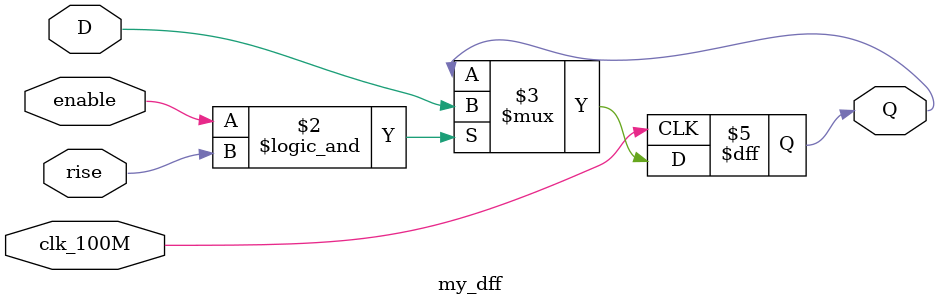
<source format=v>
module button_debouncing
(
	input  wire	clk,
	input  wire	button_tx,
	output wire	transmit_en
);
	wire 		rise_slow_clk;
	wire 		slow_clk;
	wire 		Q1,Q2,Q2_bar,Q0;
	
	
	clock_div u1
	(
		.clk_100M(clk),
		.rise_slow_clk(rise_slow_clk),
		.slow_clk(slow_clk)
	);
	
	
	my_dff d0
	(
		.clk_100M(clk),
		.enable(slow_clk),
		.rise(rise_slow_clk),
		.D(button_tx),
		.Q(Q0)
	);

	my_dff d1
	(
		.clk_100M(clk),
		.enable(slow_clk),
		.rise(rise_slow_clk),
		.D(Q0),
		.Q(Q1)
	);
	
	my_dff d2
	(
		.clk_100M(clk),
		.enable(slow_clk),
		.rise(rise_slow_clk),
		.D(Q1),
		.Q(Q2)
	);
	
	assign Q2_bar = ~Q2;
	assign transmit_en = Q1 & Q2_bar;
	
endmodule
	
	// Slow clock for debouncing 
	module clock_div
	(
		input  wire			clk_100M,
		output reg 			rise_slow_clk,
		output reg			slow_clk
	);
		reg [25:0]counter = 0;
		
		initial
		begin
			rise_slow_clk = 0;
		end
		
		always @(posedge clk_100M)
		begin
			if(counter >= 124999)
				counter <= 0;
			else
				counter <= counter + 1;
			if(counter < 67250)
				slow_clk <= 1'b0;
			else
				slow_clk <= 1'b1;
			if (counter == 67250)
				rise_slow_clk <= 1;
			else
				rise_slow_clk <= 0;
		end
		
	endmodule
	// D-flip-flop for debouncing module 
	module my_dff
	(
		input wire			clk_100M,
		input wire  		enable,
		input wire 			rise,
		input wire			D,
		output reg 			Q
	);

		always @ (posedge clk_100M)
		begin
			if(enable && rise)
				Q <= D;
		end

	endmodule
</source>
